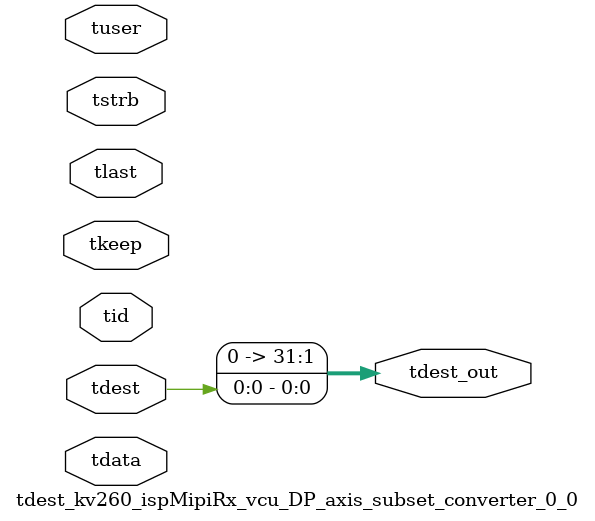
<source format=v>


`timescale 1ps/1ps

module tdest_kv260_ispMipiRx_vcu_DP_axis_subset_converter_0_0 #
(
parameter C_S_AXIS_TDATA_WIDTH = 32,
parameter C_S_AXIS_TUSER_WIDTH = 0,
parameter C_S_AXIS_TID_WIDTH   = 0,
parameter C_S_AXIS_TDEST_WIDTH = 0,
parameter C_M_AXIS_TDEST_WIDTH = 32
)
(
input  [(C_S_AXIS_TDATA_WIDTH == 0 ? 1 : C_S_AXIS_TDATA_WIDTH)-1:0     ] tdata,
input  [(C_S_AXIS_TUSER_WIDTH == 0 ? 1 : C_S_AXIS_TUSER_WIDTH)-1:0     ] tuser,
input  [(C_S_AXIS_TID_WIDTH   == 0 ? 1 : C_S_AXIS_TID_WIDTH)-1:0       ] tid,
input  [(C_S_AXIS_TDEST_WIDTH == 0 ? 1 : C_S_AXIS_TDEST_WIDTH)-1:0     ] tdest,
input  [(C_S_AXIS_TDATA_WIDTH/8)-1:0 ] tkeep,
input  [(C_S_AXIS_TDATA_WIDTH/8)-1:0 ] tstrb,
input                                                                    tlast,
output [C_M_AXIS_TDEST_WIDTH-1:0] tdest_out
);

assign tdest_out = {tdest[0:0]};

endmodule


</source>
